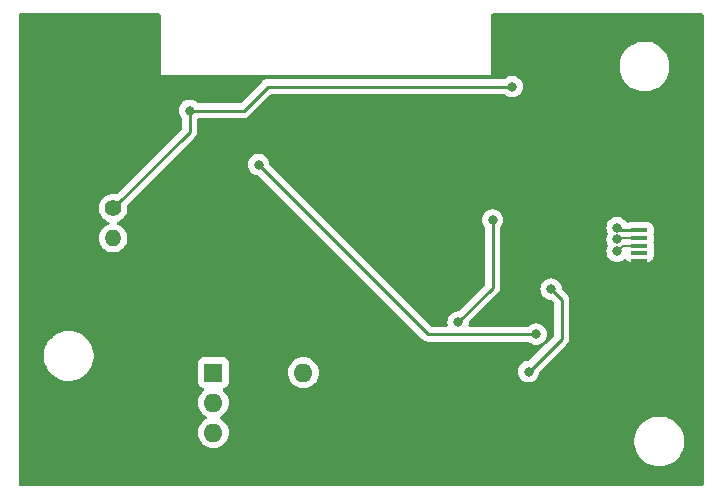
<source format=gbr>
%TF.GenerationSoftware,KiCad,Pcbnew,6.0.5-a6ca702e91~116~ubuntu20.04.1*%
%TF.CreationDate,2022-05-10T14:58:35-05:00*%
%TF.ProjectId,CarHUD,43617248-5544-42e6-9b69-6361645f7063,rev?*%
%TF.SameCoordinates,Original*%
%TF.FileFunction,Copper,L2,Bot*%
%TF.FilePolarity,Positive*%
%FSLAX46Y46*%
G04 Gerber Fmt 4.6, Leading zero omitted, Abs format (unit mm)*
G04 Created by KiCad (PCBNEW 6.0.5-a6ca702e91~116~ubuntu20.04.1) date 2022-05-10 14:58:35*
%MOMM*%
%LPD*%
G01*
G04 APERTURE LIST*
%TA.AperFunction,ComponentPad*%
%ADD10C,1.400000*%
%TD*%
%TA.AperFunction,ComponentPad*%
%ADD11O,1.400000X1.400000*%
%TD*%
%TA.AperFunction,ComponentPad*%
%ADD12R,1.600000X1.600000*%
%TD*%
%TA.AperFunction,ComponentPad*%
%ADD13O,1.600000X1.600000*%
%TD*%
%TA.AperFunction,SMDPad,CuDef*%
%ADD14R,1.400000X0.400000*%
%TD*%
%TA.AperFunction,SMDPad,CuDef*%
%ADD15R,1.900000X2.300000*%
%TD*%
%TA.AperFunction,SMDPad,CuDef*%
%ADD16R,1.900000X1.800000*%
%TD*%
%TA.AperFunction,ViaPad*%
%ADD17C,0.800000*%
%TD*%
%TA.AperFunction,Conductor*%
%ADD18C,0.250000*%
%TD*%
%TA.AperFunction,Conductor*%
%ADD19C,0.200000*%
%TD*%
G04 APERTURE END LIST*
D10*
%TO.P,R_Photo1,1*%
%TO.N,+3V3*%
X79502000Y-62992000D03*
D11*
%TO.P,R_Photo1,2*%
%TO.N,/PHOTO_SENS*%
X79502000Y-65532000D03*
%TD*%
D12*
%TO.P,DS1621,1,SDA*%
%TO.N,/SDA*%
X88000000Y-76920000D03*
D13*
%TO.P,DS1621,2,SCL*%
%TO.N,/SCL*%
X88000000Y-79460000D03*
%TO.P,DS1621,3,TOUT*%
%TO.N,unconnected-(DS1621-Pad3)*%
X88000000Y-82000000D03*
%TO.P,DS1621,4,GND*%
%TO.N,GND*%
X88000000Y-84540000D03*
%TO.P,DS1621,5,A2*%
X95620000Y-84540000D03*
%TO.P,DS1621,6,A1*%
X95620000Y-82000000D03*
%TO.P,DS1621,7,A0*%
X95620000Y-79460000D03*
%TO.P,DS1621,8,VDD*%
%TO.N,+5V*%
X95620000Y-76920000D03*
%TD*%
D14*
%TO.P,USB_MICRO1,1,VBUS*%
%TO.N,+5V*%
X124053000Y-64867000D03*
%TO.P,USB_MICRO1,2,D-*%
%TO.N,/D-*%
X124053000Y-65517000D03*
%TO.P,USB_MICRO1,3,D+*%
%TO.N,/D+*%
X124053000Y-66167000D03*
%TO.P,USB_MICRO1,4,ID*%
%TO.N,unconnected-(USB_MICRO1-Pad4)*%
X124053000Y-66817000D03*
%TO.P,USB_MICRO1,5,GND*%
%TO.N,GND*%
X124053000Y-67467000D03*
D15*
%TO.P,USB_MICRO1,6,Shield*%
X126903000Y-62417000D03*
D16*
X126903000Y-65017000D03*
D15*
X126903000Y-69917000D03*
D16*
X126903000Y-67317000D03*
%TD*%
D17*
%TO.N,/RESET*%
X91821000Y-59309000D03*
X115316000Y-73660000D03*
%TO.N,+3V3*%
X113284000Y-52705000D03*
X85972000Y-54730000D03*
%TO.N,+5V*%
X122174000Y-64643000D03*
X111633000Y-64008000D03*
X108712000Y-72644000D03*
%TO.N,/D-*%
X122174000Y-65642503D03*
%TO.N,/D+*%
X122174000Y-66642006D03*
%TO.N,/RTS*%
X116586000Y-69850000D03*
X114681000Y-76835000D03*
%TD*%
D18*
%TO.N,/RESET*%
X106172000Y-73660000D02*
X91821000Y-59309000D01*
X115316000Y-73660000D02*
X106172000Y-73660000D01*
%TO.N,+3V3*%
X113284000Y-52705000D02*
X92583000Y-52705000D01*
X90558000Y-54730000D02*
X92583000Y-52705000D01*
X85972000Y-54730000D02*
X90558000Y-54730000D01*
X85972000Y-56522000D02*
X85972000Y-54730000D01*
X79502000Y-62992000D02*
X85972000Y-56522000D01*
%TO.N,+5V*%
X122398000Y-64867000D02*
X122174000Y-64643000D01*
X108712000Y-72644000D02*
X111633000Y-69723000D01*
X111633000Y-69723000D02*
X111633000Y-64008000D01*
X124053000Y-64867000D02*
X122398000Y-64867000D01*
D19*
%TO.N,/D-*%
X124053000Y-65517000D02*
X122299503Y-65517000D01*
X122299503Y-65517000D02*
X122174000Y-65642503D01*
%TO.N,/D+*%
X124053000Y-66167000D02*
X122649006Y-66167000D01*
X122649006Y-66167000D02*
X122174000Y-66642006D01*
D18*
%TO.N,/RTS*%
X117475000Y-74041000D02*
X114681000Y-76835000D01*
X116586000Y-69850000D02*
X117475000Y-70739000D01*
X117475000Y-70739000D02*
X117475000Y-74041000D01*
%TD*%
%TA.AperFunction,Conductor*%
%TO.N,GND*%
G36*
X83462121Y-46528502D02*
G01*
X83508614Y-46582158D01*
X83520000Y-46634500D01*
X83520000Y-51745000D01*
X111520000Y-51745000D01*
X111520000Y-51132703D01*
X122390743Y-51132703D01*
X122428268Y-51417734D01*
X122504129Y-51695036D01*
X122505813Y-51698984D01*
X122564344Y-51836206D01*
X122616923Y-51959476D01*
X122656817Y-52026134D01*
X122761148Y-52200458D01*
X122764561Y-52206161D01*
X122944313Y-52430528D01*
X123152851Y-52628423D01*
X123386317Y-52796186D01*
X123390112Y-52798195D01*
X123390113Y-52798196D01*
X123411869Y-52809715D01*
X123640392Y-52930712D01*
X123910373Y-53029511D01*
X124191264Y-53090755D01*
X124219841Y-53093004D01*
X124414282Y-53108307D01*
X124414291Y-53108307D01*
X124416739Y-53108500D01*
X124572271Y-53108500D01*
X124574407Y-53108354D01*
X124574418Y-53108354D01*
X124782548Y-53094165D01*
X124782554Y-53094164D01*
X124786825Y-53093873D01*
X124791020Y-53093004D01*
X124791022Y-53093004D01*
X124927583Y-53064724D01*
X125068342Y-53035574D01*
X125339343Y-52939607D01*
X125594812Y-52807750D01*
X125598313Y-52805289D01*
X125598317Y-52805287D01*
X125731669Y-52711565D01*
X125830023Y-52642441D01*
X126040622Y-52446740D01*
X126222713Y-52224268D01*
X126372927Y-51979142D01*
X126399871Y-51917763D01*
X126486757Y-51719830D01*
X126488483Y-51715898D01*
X126567244Y-51439406D01*
X126607751Y-51154784D01*
X126607845Y-51136951D01*
X126609235Y-50871583D01*
X126609235Y-50871576D01*
X126609257Y-50867297D01*
X126571732Y-50582266D01*
X126495871Y-50304964D01*
X126383077Y-50040524D01*
X126235439Y-49793839D01*
X126055687Y-49569472D01*
X125847149Y-49371577D01*
X125613683Y-49203814D01*
X125591843Y-49192250D01*
X125568654Y-49179972D01*
X125359608Y-49069288D01*
X125089627Y-48970489D01*
X124808736Y-48909245D01*
X124777685Y-48906801D01*
X124585718Y-48891693D01*
X124585709Y-48891693D01*
X124583261Y-48891500D01*
X124427729Y-48891500D01*
X124425593Y-48891646D01*
X124425582Y-48891646D01*
X124217452Y-48905835D01*
X124217446Y-48905836D01*
X124213175Y-48906127D01*
X124208980Y-48906996D01*
X124208978Y-48906996D01*
X124072417Y-48935276D01*
X123931658Y-48964426D01*
X123660657Y-49060393D01*
X123405188Y-49192250D01*
X123401687Y-49194711D01*
X123401683Y-49194713D01*
X123391594Y-49201804D01*
X123169977Y-49357559D01*
X122959378Y-49553260D01*
X122777287Y-49775732D01*
X122627073Y-50020858D01*
X122511517Y-50284102D01*
X122432756Y-50560594D01*
X122392249Y-50845216D01*
X122392227Y-50849505D01*
X122392226Y-50849512D01*
X122390765Y-51128417D01*
X122390743Y-51132703D01*
X111520000Y-51132703D01*
X111520000Y-46634500D01*
X111540002Y-46566379D01*
X111593658Y-46519886D01*
X111646000Y-46508500D01*
X129365500Y-46508500D01*
X129433621Y-46528502D01*
X129480114Y-46582158D01*
X129491500Y-46634500D01*
X129491500Y-86365500D01*
X129471498Y-86433621D01*
X129417842Y-86480114D01*
X129365500Y-86491500D01*
X71634500Y-86491500D01*
X71566379Y-86471498D01*
X71519886Y-86417842D01*
X71508500Y-86365500D01*
X71508500Y-82000000D01*
X86686502Y-82000000D01*
X86706457Y-82228087D01*
X86765716Y-82449243D01*
X86768039Y-82454224D01*
X86768039Y-82454225D01*
X86860151Y-82651762D01*
X86860154Y-82651767D01*
X86862477Y-82656749D01*
X86993802Y-82844300D01*
X87155700Y-83006198D01*
X87160208Y-83009355D01*
X87160211Y-83009357D01*
X87238389Y-83064098D01*
X87343251Y-83137523D01*
X87348233Y-83139846D01*
X87348238Y-83139849D01*
X87545775Y-83231961D01*
X87550757Y-83234284D01*
X87556065Y-83235706D01*
X87556067Y-83235707D01*
X87766598Y-83292119D01*
X87766600Y-83292119D01*
X87771913Y-83293543D01*
X88000000Y-83313498D01*
X88228087Y-83293543D01*
X88233400Y-83292119D01*
X88233402Y-83292119D01*
X88443933Y-83235707D01*
X88443935Y-83235706D01*
X88449243Y-83234284D01*
X88454225Y-83231961D01*
X88651762Y-83139849D01*
X88651767Y-83139846D01*
X88656749Y-83137523D01*
X88761611Y-83064098D01*
X88839789Y-83009357D01*
X88839792Y-83009355D01*
X88844300Y-83006198D01*
X88967795Y-82882703D01*
X123640743Y-82882703D01*
X123678268Y-83167734D01*
X123754129Y-83445036D01*
X123866923Y-83709476D01*
X124014561Y-83956161D01*
X124194313Y-84180528D01*
X124402851Y-84378423D01*
X124636317Y-84546186D01*
X124640112Y-84548195D01*
X124640113Y-84548196D01*
X124661869Y-84559715D01*
X124890392Y-84680712D01*
X125160373Y-84779511D01*
X125441264Y-84840755D01*
X125469841Y-84843004D01*
X125664282Y-84858307D01*
X125664291Y-84858307D01*
X125666739Y-84858500D01*
X125822271Y-84858500D01*
X125824407Y-84858354D01*
X125824418Y-84858354D01*
X126032548Y-84844165D01*
X126032554Y-84844164D01*
X126036825Y-84843873D01*
X126041020Y-84843004D01*
X126041022Y-84843004D01*
X126177584Y-84814723D01*
X126318342Y-84785574D01*
X126589343Y-84689607D01*
X126844812Y-84557750D01*
X126848313Y-84555289D01*
X126848317Y-84555287D01*
X126962418Y-84475095D01*
X127080023Y-84392441D01*
X127290622Y-84196740D01*
X127472713Y-83974268D01*
X127622927Y-83729142D01*
X127738483Y-83465898D01*
X127817244Y-83189406D01*
X127857751Y-82904784D01*
X127857845Y-82886951D01*
X127859235Y-82621583D01*
X127859235Y-82621576D01*
X127859257Y-82617297D01*
X127821732Y-82332266D01*
X127745871Y-82054964D01*
X127633077Y-81790524D01*
X127558527Y-81665960D01*
X127487643Y-81547521D01*
X127487640Y-81547517D01*
X127485439Y-81543839D01*
X127305687Y-81319472D01*
X127097149Y-81121577D01*
X126863683Y-80953814D01*
X126841843Y-80942250D01*
X126697140Y-80865634D01*
X126609608Y-80819288D01*
X126339627Y-80720489D01*
X126058736Y-80659245D01*
X126027685Y-80656801D01*
X125835718Y-80641693D01*
X125835709Y-80641693D01*
X125833261Y-80641500D01*
X125677729Y-80641500D01*
X125675593Y-80641646D01*
X125675582Y-80641646D01*
X125467452Y-80655835D01*
X125467446Y-80655836D01*
X125463175Y-80656127D01*
X125458980Y-80656996D01*
X125458978Y-80656996D01*
X125322416Y-80685277D01*
X125181658Y-80714426D01*
X124910657Y-80810393D01*
X124655188Y-80942250D01*
X124651687Y-80944711D01*
X124651683Y-80944713D01*
X124581837Y-80993802D01*
X124419977Y-81107559D01*
X124209378Y-81303260D01*
X124027287Y-81525732D01*
X123877073Y-81770858D01*
X123761517Y-82034102D01*
X123682756Y-82310594D01*
X123642249Y-82595216D01*
X123642227Y-82599505D01*
X123642226Y-82599512D01*
X123640765Y-82878417D01*
X123640743Y-82882703D01*
X88967795Y-82882703D01*
X89006198Y-82844300D01*
X89137523Y-82656749D01*
X89139846Y-82651767D01*
X89139849Y-82651762D01*
X89231961Y-82454225D01*
X89231961Y-82454224D01*
X89234284Y-82449243D01*
X89293543Y-82228087D01*
X89313498Y-82000000D01*
X89293543Y-81771913D01*
X89234284Y-81550757D01*
X89231058Y-81543839D01*
X89139849Y-81348238D01*
X89139846Y-81348233D01*
X89137523Y-81343251D01*
X89006198Y-81155700D01*
X88844300Y-80993802D01*
X88839792Y-80990645D01*
X88839789Y-80990643D01*
X88761611Y-80935902D01*
X88656749Y-80862477D01*
X88651767Y-80860154D01*
X88651762Y-80860151D01*
X88617543Y-80844195D01*
X88564258Y-80797278D01*
X88544797Y-80729001D01*
X88565339Y-80661041D01*
X88617543Y-80615805D01*
X88651762Y-80599849D01*
X88651767Y-80599846D01*
X88656749Y-80597523D01*
X88761611Y-80524098D01*
X88839789Y-80469357D01*
X88839792Y-80469355D01*
X88844300Y-80466198D01*
X89006198Y-80304300D01*
X89137523Y-80116749D01*
X89139846Y-80111767D01*
X89139849Y-80111762D01*
X89231961Y-79914225D01*
X89231961Y-79914224D01*
X89234284Y-79909243D01*
X89293543Y-79688087D01*
X89313498Y-79460000D01*
X89293543Y-79231913D01*
X89234284Y-79010757D01*
X89231961Y-79005775D01*
X89139849Y-78808238D01*
X89139846Y-78808233D01*
X89137523Y-78803251D01*
X89006198Y-78615700D01*
X88844300Y-78453802D01*
X88839789Y-78450643D01*
X88835576Y-78447108D01*
X88836527Y-78445974D01*
X88796529Y-78395929D01*
X88789224Y-78325310D01*
X88821258Y-78261951D01*
X88882462Y-78225970D01*
X88899517Y-78222918D01*
X88910316Y-78221745D01*
X89046705Y-78170615D01*
X89163261Y-78083261D01*
X89250615Y-77966705D01*
X89301745Y-77830316D01*
X89308500Y-77768134D01*
X89308500Y-76920000D01*
X94306502Y-76920000D01*
X94326457Y-77148087D01*
X94327881Y-77153400D01*
X94327881Y-77153402D01*
X94365469Y-77293679D01*
X94385716Y-77369243D01*
X94388039Y-77374224D01*
X94388039Y-77374225D01*
X94480151Y-77571762D01*
X94480154Y-77571767D01*
X94482477Y-77576749D01*
X94514328Y-77622237D01*
X94599238Y-77743500D01*
X94613802Y-77764300D01*
X94775700Y-77926198D01*
X94780208Y-77929355D01*
X94780211Y-77929357D01*
X94821542Y-77958297D01*
X94963251Y-78057523D01*
X94968233Y-78059846D01*
X94968238Y-78059849D01*
X95165775Y-78151961D01*
X95170757Y-78154284D01*
X95176065Y-78155706D01*
X95176067Y-78155707D01*
X95386598Y-78212119D01*
X95386600Y-78212119D01*
X95391913Y-78213543D01*
X95620000Y-78233498D01*
X95848087Y-78213543D01*
X95853400Y-78212119D01*
X95853402Y-78212119D01*
X96063933Y-78155707D01*
X96063935Y-78155706D01*
X96069243Y-78154284D01*
X96074225Y-78151961D01*
X96271762Y-78059849D01*
X96271767Y-78059846D01*
X96276749Y-78057523D01*
X96418458Y-77958297D01*
X96459789Y-77929357D01*
X96459792Y-77929355D01*
X96464300Y-77926198D01*
X96626198Y-77764300D01*
X96640763Y-77743500D01*
X96725672Y-77622237D01*
X96757523Y-77576749D01*
X96759846Y-77571767D01*
X96759849Y-77571762D01*
X96851961Y-77374225D01*
X96851961Y-77374224D01*
X96854284Y-77369243D01*
X96874532Y-77293679D01*
X96912119Y-77153402D01*
X96912119Y-77153400D01*
X96913543Y-77148087D01*
X96933498Y-76920000D01*
X96926061Y-76835000D01*
X113767496Y-76835000D01*
X113787458Y-77024928D01*
X113846473Y-77206556D01*
X113941960Y-77371944D01*
X114069747Y-77513866D01*
X114224248Y-77626118D01*
X114230276Y-77628802D01*
X114230278Y-77628803D01*
X114392681Y-77701109D01*
X114398712Y-77703794D01*
X114492113Y-77723647D01*
X114579056Y-77742128D01*
X114579061Y-77742128D01*
X114585513Y-77743500D01*
X114776487Y-77743500D01*
X114782939Y-77742128D01*
X114782944Y-77742128D01*
X114869887Y-77723647D01*
X114963288Y-77703794D01*
X114969319Y-77701109D01*
X115131722Y-77628803D01*
X115131724Y-77628802D01*
X115137752Y-77626118D01*
X115292253Y-77513866D01*
X115420040Y-77371944D01*
X115515527Y-77206556D01*
X115574542Y-77024928D01*
X115591907Y-76859706D01*
X115618920Y-76794050D01*
X115628122Y-76783782D01*
X117867247Y-74544657D01*
X117875537Y-74537113D01*
X117882018Y-74533000D01*
X117928659Y-74483332D01*
X117931413Y-74480491D01*
X117951135Y-74460769D01*
X117953619Y-74457567D01*
X117961317Y-74448555D01*
X117986161Y-74422098D01*
X117991586Y-74416321D01*
X118001347Y-74398566D01*
X118012198Y-74382047D01*
X118024614Y-74366041D01*
X118037068Y-74337261D01*
X118042174Y-74325463D01*
X118047391Y-74314813D01*
X118068695Y-74276060D01*
X118073733Y-74256437D01*
X118080137Y-74237734D01*
X118085033Y-74226420D01*
X118085033Y-74226419D01*
X118088181Y-74219145D01*
X118089420Y-74211322D01*
X118089423Y-74211312D01*
X118095099Y-74175476D01*
X118097505Y-74163856D01*
X118106528Y-74128711D01*
X118106528Y-74128710D01*
X118108500Y-74121030D01*
X118108500Y-74100776D01*
X118110051Y-74081065D01*
X118111980Y-74068886D01*
X118113220Y-74061057D01*
X118109059Y-74017038D01*
X118108500Y-74005181D01*
X118108500Y-70817767D01*
X118109027Y-70806584D01*
X118110702Y-70799091D01*
X118108562Y-70731000D01*
X118108500Y-70727043D01*
X118108500Y-70699144D01*
X118107996Y-70695153D01*
X118107063Y-70683311D01*
X118105923Y-70647036D01*
X118105674Y-70639111D01*
X118103462Y-70631497D01*
X118103461Y-70631492D01*
X118100023Y-70619659D01*
X118096012Y-70600295D01*
X118094467Y-70588064D01*
X118093474Y-70580203D01*
X118090557Y-70572836D01*
X118090556Y-70572831D01*
X118077198Y-70539092D01*
X118073354Y-70527865D01*
X118063230Y-70493022D01*
X118061018Y-70485407D01*
X118050707Y-70467972D01*
X118042012Y-70450224D01*
X118034552Y-70431383D01*
X118008564Y-70395613D01*
X118002048Y-70385693D01*
X117983580Y-70354465D01*
X117983578Y-70354462D01*
X117979542Y-70347638D01*
X117965221Y-70333317D01*
X117952380Y-70318283D01*
X117945131Y-70308306D01*
X117940472Y-70301893D01*
X117934367Y-70296842D01*
X117934362Y-70296837D01*
X117906402Y-70273706D01*
X117897624Y-70265719D01*
X117723277Y-70091372D01*
X117533122Y-69901218D01*
X117499097Y-69838905D01*
X117496907Y-69825292D01*
X117480232Y-69666635D01*
X117480232Y-69666633D01*
X117479542Y-69660072D01*
X117420527Y-69478444D01*
X117410223Y-69460596D01*
X117328341Y-69318774D01*
X117325040Y-69313056D01*
X117197253Y-69171134D01*
X117042752Y-69058882D01*
X117036724Y-69056198D01*
X117036722Y-69056197D01*
X116874319Y-68983891D01*
X116874318Y-68983891D01*
X116868288Y-68981206D01*
X116774888Y-68961353D01*
X116687944Y-68942872D01*
X116687939Y-68942872D01*
X116681487Y-68941500D01*
X116490513Y-68941500D01*
X116484061Y-68942872D01*
X116484056Y-68942872D01*
X116397112Y-68961353D01*
X116303712Y-68981206D01*
X116297682Y-68983891D01*
X116297681Y-68983891D01*
X116135278Y-69056197D01*
X116135276Y-69056198D01*
X116129248Y-69058882D01*
X115974747Y-69171134D01*
X115846960Y-69313056D01*
X115843659Y-69318774D01*
X115761778Y-69460596D01*
X115751473Y-69478444D01*
X115692458Y-69660072D01*
X115691768Y-69666633D01*
X115691768Y-69666635D01*
X115683736Y-69743057D01*
X115672496Y-69850000D01*
X115692458Y-70039928D01*
X115751473Y-70221556D01*
X115846960Y-70386944D01*
X115851378Y-70391851D01*
X115851379Y-70391852D01*
X115912233Y-70459437D01*
X115974747Y-70528866D01*
X116129248Y-70641118D01*
X116135276Y-70643802D01*
X116135278Y-70643803D01*
X116224015Y-70683311D01*
X116303712Y-70718794D01*
X116397113Y-70738647D01*
X116484056Y-70757128D01*
X116484061Y-70757128D01*
X116490513Y-70758500D01*
X116546405Y-70758500D01*
X116614526Y-70778502D01*
X116635500Y-70795405D01*
X116804595Y-70964500D01*
X116838621Y-71026812D01*
X116841500Y-71053595D01*
X116841500Y-73726406D01*
X116821498Y-73794527D01*
X116804599Y-73815497D01*
X116129505Y-74490591D01*
X116106149Y-74503344D01*
X116100325Y-74518303D01*
X116089643Y-74530453D01*
X115279131Y-75340964D01*
X114730500Y-75889595D01*
X114668188Y-75923621D01*
X114641405Y-75926500D01*
X114585513Y-75926500D01*
X114579061Y-75927872D01*
X114579056Y-75927872D01*
X114492112Y-75946353D01*
X114398712Y-75966206D01*
X114392682Y-75968891D01*
X114392681Y-75968891D01*
X114230278Y-76041197D01*
X114230276Y-76041198D01*
X114224248Y-76043882D01*
X114069747Y-76156134D01*
X114065326Y-76161044D01*
X114065325Y-76161045D01*
X113973299Y-76263251D01*
X113941960Y-76298056D01*
X113938659Y-76303774D01*
X113851046Y-76455524D01*
X113846473Y-76463444D01*
X113787458Y-76645072D01*
X113786768Y-76651633D01*
X113786768Y-76651635D01*
X113772879Y-76783782D01*
X113767496Y-76835000D01*
X96926061Y-76835000D01*
X96913543Y-76691913D01*
X96912119Y-76686598D01*
X96855707Y-76476067D01*
X96855706Y-76476065D01*
X96854284Y-76470757D01*
X96847181Y-76455524D01*
X96759849Y-76268238D01*
X96759846Y-76268233D01*
X96757523Y-76263251D01*
X96626198Y-76075700D01*
X96464300Y-75913802D01*
X96459792Y-75910645D01*
X96459789Y-75910643D01*
X96381611Y-75855902D01*
X96276749Y-75782477D01*
X96271767Y-75780154D01*
X96271762Y-75780151D01*
X96074225Y-75688039D01*
X96074224Y-75688039D01*
X96069243Y-75685716D01*
X96063935Y-75684294D01*
X96063933Y-75684293D01*
X95853402Y-75627881D01*
X95853400Y-75627881D01*
X95848087Y-75626457D01*
X95620000Y-75606502D01*
X95391913Y-75626457D01*
X95386600Y-75627881D01*
X95386598Y-75627881D01*
X95176067Y-75684293D01*
X95176065Y-75684294D01*
X95170757Y-75685716D01*
X95165776Y-75688039D01*
X95165775Y-75688039D01*
X94968238Y-75780151D01*
X94968233Y-75780154D01*
X94963251Y-75782477D01*
X94858389Y-75855902D01*
X94780211Y-75910643D01*
X94780208Y-75910645D01*
X94775700Y-75913802D01*
X94613802Y-76075700D01*
X94482477Y-76263251D01*
X94480154Y-76268233D01*
X94480151Y-76268238D01*
X94392819Y-76455524D01*
X94385716Y-76470757D01*
X94384294Y-76476065D01*
X94384293Y-76476067D01*
X94327881Y-76686598D01*
X94326457Y-76691913D01*
X94306502Y-76920000D01*
X89308500Y-76920000D01*
X89308500Y-76071866D01*
X89301745Y-76009684D01*
X89250615Y-75873295D01*
X89163261Y-75756739D01*
X89046705Y-75669385D01*
X88910316Y-75618255D01*
X88848134Y-75611500D01*
X87151866Y-75611500D01*
X87089684Y-75618255D01*
X86953295Y-75669385D01*
X86836739Y-75756739D01*
X86749385Y-75873295D01*
X86698255Y-76009684D01*
X86691500Y-76071866D01*
X86691500Y-77768134D01*
X86698255Y-77830316D01*
X86749385Y-77966705D01*
X86836739Y-78083261D01*
X86953295Y-78170615D01*
X87089684Y-78221745D01*
X87100474Y-78222917D01*
X87102606Y-78223803D01*
X87105222Y-78224425D01*
X87105121Y-78224848D01*
X87166035Y-78250155D01*
X87206463Y-78308517D01*
X87208922Y-78379471D01*
X87172629Y-78440490D01*
X87163969Y-78447489D01*
X87160207Y-78450646D01*
X87155700Y-78453802D01*
X86993802Y-78615700D01*
X86862477Y-78803251D01*
X86860154Y-78808233D01*
X86860151Y-78808238D01*
X86768039Y-79005775D01*
X86765716Y-79010757D01*
X86706457Y-79231913D01*
X86686502Y-79460000D01*
X86706457Y-79688087D01*
X86765716Y-79909243D01*
X86768039Y-79914224D01*
X86768039Y-79914225D01*
X86860151Y-80111762D01*
X86860154Y-80111767D01*
X86862477Y-80116749D01*
X86993802Y-80304300D01*
X87155700Y-80466198D01*
X87160208Y-80469355D01*
X87160211Y-80469357D01*
X87238389Y-80524098D01*
X87343251Y-80597523D01*
X87348233Y-80599846D01*
X87348238Y-80599849D01*
X87382457Y-80615805D01*
X87435742Y-80662722D01*
X87455203Y-80730999D01*
X87434661Y-80798959D01*
X87382457Y-80844195D01*
X87348238Y-80860151D01*
X87348233Y-80860154D01*
X87343251Y-80862477D01*
X87238389Y-80935902D01*
X87160211Y-80990643D01*
X87160208Y-80990645D01*
X87155700Y-80993802D01*
X86993802Y-81155700D01*
X86862477Y-81343251D01*
X86860154Y-81348233D01*
X86860151Y-81348238D01*
X86768942Y-81543839D01*
X86765716Y-81550757D01*
X86706457Y-81771913D01*
X86686502Y-82000000D01*
X71508500Y-82000000D01*
X71508500Y-75632703D01*
X73640743Y-75632703D01*
X73678268Y-75917734D01*
X73754129Y-76195036D01*
X73755813Y-76198984D01*
X73785353Y-76268238D01*
X73866923Y-76459476D01*
X73876853Y-76476067D01*
X74006034Y-76691913D01*
X74014561Y-76706161D01*
X74194313Y-76930528D01*
X74402851Y-77128423D01*
X74636317Y-77296186D01*
X74640112Y-77298195D01*
X74640113Y-77298196D01*
X74661869Y-77309715D01*
X74890392Y-77430712D01*
X75160373Y-77529511D01*
X75441264Y-77590755D01*
X75469841Y-77593004D01*
X75664282Y-77608307D01*
X75664291Y-77608307D01*
X75666739Y-77608500D01*
X75822271Y-77608500D01*
X75824407Y-77608354D01*
X75824418Y-77608354D01*
X76032548Y-77594165D01*
X76032554Y-77594164D01*
X76036825Y-77593873D01*
X76041020Y-77593004D01*
X76041022Y-77593004D01*
X76177583Y-77564724D01*
X76318342Y-77535574D01*
X76589343Y-77439607D01*
X76725671Y-77369243D01*
X76841005Y-77309715D01*
X76841006Y-77309715D01*
X76844812Y-77307750D01*
X76848313Y-77305289D01*
X76848317Y-77305287D01*
X76962417Y-77225096D01*
X77080023Y-77142441D01*
X77206482Y-77024928D01*
X77287479Y-76949661D01*
X77287481Y-76949658D01*
X77290622Y-76946740D01*
X77472713Y-76724268D01*
X77622927Y-76479142D01*
X77717697Y-76263251D01*
X77736757Y-76219830D01*
X77738483Y-76215898D01*
X77817244Y-75939406D01*
X77853551Y-75684293D01*
X77857146Y-75659036D01*
X77857146Y-75659034D01*
X77857751Y-75654784D01*
X77857845Y-75636951D01*
X77859235Y-75371583D01*
X77859235Y-75371576D01*
X77859257Y-75367297D01*
X77821732Y-75082266D01*
X77745871Y-74804964D01*
X77633077Y-74540524D01*
X77485439Y-74293839D01*
X77305687Y-74069472D01*
X77097149Y-73871577D01*
X76863683Y-73703814D01*
X76841843Y-73692250D01*
X76768534Y-73653435D01*
X76609608Y-73569288D01*
X76339627Y-73470489D01*
X76058736Y-73409245D01*
X76027685Y-73406801D01*
X75835718Y-73391693D01*
X75835709Y-73391693D01*
X75833261Y-73391500D01*
X75677729Y-73391500D01*
X75675593Y-73391646D01*
X75675582Y-73391646D01*
X75467452Y-73405835D01*
X75467446Y-73405836D01*
X75463175Y-73406127D01*
X75458980Y-73406996D01*
X75458978Y-73406996D01*
X75322416Y-73435277D01*
X75181658Y-73464426D01*
X74910657Y-73560393D01*
X74655188Y-73692250D01*
X74651687Y-73694711D01*
X74651683Y-73694713D01*
X74641594Y-73701804D01*
X74419977Y-73857559D01*
X74404892Y-73871577D01*
X74226576Y-74037279D01*
X74209378Y-74053260D01*
X74027287Y-74275732D01*
X73877073Y-74520858D01*
X73761517Y-74784102D01*
X73682756Y-75060594D01*
X73642249Y-75345216D01*
X73642227Y-75349505D01*
X73642226Y-75349512D01*
X73640768Y-75627881D01*
X73640743Y-75632703D01*
X71508500Y-75632703D01*
X71508500Y-65532000D01*
X78288884Y-65532000D01*
X78307314Y-65742655D01*
X78308738Y-65747968D01*
X78308738Y-65747970D01*
X78354530Y-65918866D01*
X78362044Y-65946910D01*
X78364366Y-65951891D01*
X78364367Y-65951892D01*
X78423758Y-66079255D01*
X78451411Y-66138558D01*
X78572699Y-66311776D01*
X78722224Y-66461301D01*
X78895442Y-66582589D01*
X78900420Y-66584910D01*
X78900423Y-66584912D01*
X79082108Y-66669633D01*
X79087090Y-66671956D01*
X79092398Y-66673378D01*
X79092400Y-66673379D01*
X79286030Y-66725262D01*
X79286032Y-66725262D01*
X79291345Y-66726686D01*
X79502000Y-66745116D01*
X79712655Y-66726686D01*
X79717968Y-66725262D01*
X79717970Y-66725262D01*
X79911600Y-66673379D01*
X79911602Y-66673378D01*
X79916910Y-66671956D01*
X79921892Y-66669633D01*
X80103577Y-66584912D01*
X80103580Y-66584910D01*
X80108558Y-66582589D01*
X80281776Y-66461301D01*
X80431301Y-66311776D01*
X80552589Y-66138558D01*
X80580243Y-66079255D01*
X80639633Y-65951892D01*
X80639634Y-65951891D01*
X80641956Y-65946910D01*
X80649471Y-65918866D01*
X80695262Y-65747970D01*
X80695262Y-65747968D01*
X80696686Y-65742655D01*
X80715116Y-65532000D01*
X80696686Y-65321345D01*
X80681714Y-65265469D01*
X80643379Y-65122400D01*
X80643378Y-65122398D01*
X80641956Y-65117090D01*
X80552589Y-64925442D01*
X80431301Y-64752224D01*
X80281776Y-64602699D01*
X80108558Y-64481411D01*
X80103580Y-64479090D01*
X80103577Y-64479088D01*
X79921892Y-64394367D01*
X79921891Y-64394366D01*
X79916910Y-64392044D01*
X79911602Y-64390622D01*
X79911600Y-64390621D01*
X79885796Y-64383707D01*
X79825173Y-64346755D01*
X79794152Y-64282894D01*
X79802580Y-64212400D01*
X79847783Y-64157653D01*
X79885796Y-64140293D01*
X79911600Y-64133379D01*
X79911602Y-64133378D01*
X79916910Y-64131956D01*
X79921892Y-64129633D01*
X80103577Y-64044912D01*
X80103580Y-64044910D01*
X80108558Y-64042589D01*
X80281776Y-63921301D01*
X80431301Y-63771776D01*
X80552589Y-63598558D01*
X80641956Y-63406910D01*
X80663837Y-63325251D01*
X80695262Y-63207970D01*
X80695262Y-63207968D01*
X80696686Y-63202655D01*
X80715116Y-62992000D01*
X80714637Y-62986525D01*
X80697165Y-62786816D01*
X80697164Y-62786812D01*
X80696686Y-62781345D01*
X80695264Y-62776039D01*
X80694453Y-62771439D01*
X80702321Y-62700879D01*
X80729443Y-62660462D01*
X84080905Y-59309000D01*
X90907496Y-59309000D01*
X90927458Y-59498928D01*
X90986473Y-59680556D01*
X91081960Y-59845944D01*
X91209747Y-59987866D01*
X91364248Y-60100118D01*
X91370276Y-60102802D01*
X91370278Y-60102803D01*
X91532681Y-60175109D01*
X91538712Y-60177794D01*
X91632113Y-60197647D01*
X91719056Y-60216128D01*
X91719061Y-60216128D01*
X91725513Y-60217500D01*
X91781406Y-60217500D01*
X91849527Y-60237502D01*
X91870501Y-60254405D01*
X105668348Y-74052253D01*
X105675888Y-74060539D01*
X105680000Y-74067018D01*
X105685777Y-74072443D01*
X105729651Y-74113643D01*
X105732493Y-74116398D01*
X105752230Y-74136135D01*
X105755427Y-74138615D01*
X105764447Y-74146318D01*
X105796679Y-74176586D01*
X105803625Y-74180405D01*
X105803628Y-74180407D01*
X105814434Y-74186348D01*
X105830953Y-74197199D01*
X105846959Y-74209614D01*
X105854228Y-74212759D01*
X105854232Y-74212762D01*
X105887537Y-74227174D01*
X105898187Y-74232391D01*
X105936940Y-74253695D01*
X105944615Y-74255666D01*
X105944616Y-74255666D01*
X105956562Y-74258733D01*
X105975266Y-74265137D01*
X105982770Y-74268384D01*
X105993855Y-74273181D01*
X106001678Y-74274420D01*
X106001688Y-74274423D01*
X106037524Y-74280099D01*
X106049144Y-74282505D01*
X106080254Y-74290492D01*
X106091970Y-74293500D01*
X106112224Y-74293500D01*
X106131934Y-74295051D01*
X106151943Y-74298220D01*
X106159835Y-74297474D01*
X106195961Y-74294059D01*
X106207819Y-74293500D01*
X114607800Y-74293500D01*
X114675921Y-74313502D01*
X114695147Y-74329843D01*
X114695420Y-74329540D01*
X114700332Y-74333963D01*
X114704747Y-74338866D01*
X114710086Y-74342745D01*
X114819306Y-74422098D01*
X114859248Y-74451118D01*
X114865276Y-74453802D01*
X114865278Y-74453803D01*
X115015887Y-74520858D01*
X115033712Y-74528794D01*
X115127113Y-74548647D01*
X115214056Y-74567128D01*
X115214061Y-74567128D01*
X115220513Y-74568500D01*
X115411487Y-74568500D01*
X115417939Y-74567128D01*
X115417944Y-74567128D01*
X115504887Y-74548647D01*
X115598288Y-74528794D01*
X115616113Y-74520858D01*
X115766722Y-74453803D01*
X115766724Y-74453802D01*
X115772752Y-74451118D01*
X115778094Y-74447237D01*
X115926484Y-74339425D01*
X115932549Y-74337261D01*
X115946768Y-74317192D01*
X116055040Y-74196944D01*
X116128636Y-74069472D01*
X116147223Y-74037279D01*
X116147224Y-74037278D01*
X116150527Y-74031556D01*
X116209542Y-73849928D01*
X116229504Y-73660000D01*
X116209542Y-73470072D01*
X116150527Y-73288444D01*
X116055040Y-73123056D01*
X115927253Y-72981134D01*
X115772752Y-72868882D01*
X115766724Y-72866198D01*
X115766722Y-72866197D01*
X115604319Y-72793891D01*
X115604318Y-72793891D01*
X115598288Y-72791206D01*
X115504887Y-72771353D01*
X115417944Y-72752872D01*
X115417939Y-72752872D01*
X115411487Y-72751500D01*
X115220513Y-72751500D01*
X115214061Y-72752872D01*
X115214056Y-72752872D01*
X115127113Y-72771353D01*
X115033712Y-72791206D01*
X115027682Y-72793891D01*
X115027681Y-72793891D01*
X114865278Y-72866197D01*
X114865276Y-72866198D01*
X114859248Y-72868882D01*
X114704747Y-72981134D01*
X114700332Y-72986037D01*
X114695420Y-72990460D01*
X114694295Y-72989211D01*
X114640986Y-73022051D01*
X114607800Y-73026500D01*
X109716395Y-73026500D01*
X109648274Y-73006498D01*
X109601781Y-72952842D01*
X109591677Y-72882568D01*
X109596563Y-72861562D01*
X109603502Y-72840208D01*
X109603503Y-72840203D01*
X109605542Y-72833928D01*
X109610177Y-72789834D01*
X109622907Y-72668707D01*
X109649920Y-72603050D01*
X109659122Y-72592782D01*
X112025253Y-70226652D01*
X112033539Y-70219112D01*
X112040018Y-70215000D01*
X112086644Y-70165348D01*
X112089398Y-70162507D01*
X112109135Y-70142770D01*
X112111615Y-70139573D01*
X112119320Y-70130551D01*
X112144159Y-70104100D01*
X112149586Y-70098321D01*
X112153405Y-70091375D01*
X112153407Y-70091372D01*
X112159348Y-70080566D01*
X112170199Y-70064047D01*
X112177758Y-70054301D01*
X112182614Y-70048041D01*
X112185759Y-70040772D01*
X112185762Y-70040768D01*
X112200174Y-70007463D01*
X112205391Y-69996813D01*
X112226695Y-69958060D01*
X112231733Y-69938437D01*
X112238137Y-69919734D01*
X112243033Y-69908420D01*
X112243033Y-69908419D01*
X112246181Y-69901145D01*
X112247420Y-69893322D01*
X112247423Y-69893312D01*
X112253099Y-69857476D01*
X112255505Y-69845856D01*
X112264528Y-69810711D01*
X112264528Y-69810710D01*
X112266500Y-69803030D01*
X112266500Y-69782776D01*
X112268051Y-69763065D01*
X112269980Y-69750886D01*
X112271220Y-69743057D01*
X112267059Y-69699038D01*
X112266500Y-69687181D01*
X112266500Y-66642006D01*
X121260496Y-66642006D01*
X121280458Y-66831934D01*
X121339473Y-67013562D01*
X121434960Y-67178950D01*
X121562747Y-67320872D01*
X121717248Y-67433124D01*
X121723276Y-67435808D01*
X121723278Y-67435809D01*
X121885681Y-67508115D01*
X121891712Y-67510800D01*
X121959134Y-67525131D01*
X122072056Y-67549134D01*
X122072061Y-67549134D01*
X122078513Y-67550506D01*
X122269487Y-67550506D01*
X122275939Y-67549134D01*
X122275944Y-67549134D01*
X122388866Y-67525131D01*
X122456288Y-67510800D01*
X122462319Y-67508115D01*
X122624722Y-67435809D01*
X122624724Y-67435808D01*
X122630752Y-67433124D01*
X122703512Y-67380261D01*
X122785253Y-67320872D01*
X122786417Y-67322474D01*
X122841918Y-67295844D01*
X122912371Y-67304613D01*
X122963038Y-67344634D01*
X122989739Y-67380261D01*
X123106295Y-67467615D01*
X123242684Y-67518745D01*
X123304866Y-67525500D01*
X124801134Y-67525500D01*
X124863316Y-67518745D01*
X124999705Y-67467615D01*
X125116261Y-67380261D01*
X125203615Y-67263705D01*
X125254745Y-67127316D01*
X125261500Y-67065134D01*
X125261500Y-66568866D01*
X125254745Y-66506684D01*
X125257174Y-66506420D01*
X125257174Y-66477580D01*
X125254745Y-66477316D01*
X125261131Y-66418531D01*
X125261500Y-66415134D01*
X125261500Y-65918866D01*
X125254745Y-65856684D01*
X125257174Y-65856420D01*
X125257174Y-65827580D01*
X125254745Y-65827316D01*
X125261131Y-65768531D01*
X125261500Y-65765134D01*
X125261500Y-65268866D01*
X125254745Y-65206684D01*
X125257174Y-65206420D01*
X125257174Y-65177580D01*
X125254745Y-65177316D01*
X125261131Y-65118531D01*
X125261500Y-65115134D01*
X125261500Y-64618866D01*
X125254745Y-64556684D01*
X125203615Y-64420295D01*
X125116261Y-64303739D01*
X124999705Y-64216385D01*
X124863316Y-64165255D01*
X124801134Y-64158500D01*
X123304866Y-64158500D01*
X123242684Y-64165255D01*
X123106295Y-64216385D01*
X123105632Y-64214615D01*
X123047175Y-64227400D01*
X122980627Y-64202664D01*
X122946906Y-64164713D01*
X122913040Y-64106056D01*
X122853054Y-64039434D01*
X122789675Y-63969045D01*
X122789674Y-63969044D01*
X122785253Y-63964134D01*
X122630752Y-63851882D01*
X122624724Y-63849198D01*
X122624722Y-63849197D01*
X122462319Y-63776891D01*
X122462318Y-63776891D01*
X122456288Y-63774206D01*
X122362887Y-63754353D01*
X122275944Y-63735872D01*
X122275939Y-63735872D01*
X122269487Y-63734500D01*
X122078513Y-63734500D01*
X122072061Y-63735872D01*
X122072056Y-63735872D01*
X121985113Y-63754353D01*
X121891712Y-63774206D01*
X121885682Y-63776891D01*
X121885681Y-63776891D01*
X121723278Y-63849197D01*
X121723276Y-63849198D01*
X121717248Y-63851882D01*
X121562747Y-63964134D01*
X121558326Y-63969044D01*
X121558325Y-63969045D01*
X121494947Y-64039434D01*
X121434960Y-64106056D01*
X121339473Y-64271444D01*
X121280458Y-64453072D01*
X121279768Y-64459633D01*
X121279768Y-64459635D01*
X121277479Y-64481411D01*
X121260496Y-64643000D01*
X121280458Y-64832928D01*
X121339473Y-65014556D01*
X121377115Y-65079753D01*
X121393852Y-65148745D01*
X121377114Y-65205751D01*
X121339473Y-65270947D01*
X121280458Y-65452575D01*
X121260496Y-65642503D01*
X121280458Y-65832431D01*
X121339473Y-66014059D01*
X121342776Y-66019781D01*
X121342777Y-66019782D01*
X121377114Y-66079255D01*
X121393852Y-66148250D01*
X121377115Y-66205253D01*
X121339473Y-66270450D01*
X121280458Y-66452078D01*
X121279768Y-66458639D01*
X121279768Y-66458641D01*
X121266741Y-66582589D01*
X121260496Y-66642006D01*
X112266500Y-66642006D01*
X112266500Y-64710524D01*
X112286502Y-64642403D01*
X112298858Y-64626221D01*
X112372040Y-64544944D01*
X112467527Y-64379556D01*
X112526542Y-64197928D01*
X112529685Y-64168029D01*
X112545814Y-64014565D01*
X112546504Y-64008000D01*
X112536982Y-63917406D01*
X112527232Y-63824635D01*
X112527232Y-63824633D01*
X112526542Y-63818072D01*
X112467527Y-63636444D01*
X112448255Y-63603063D01*
X112375341Y-63476774D01*
X112372040Y-63471056D01*
X112244253Y-63329134D01*
X112089752Y-63216882D01*
X112083724Y-63214198D01*
X112083722Y-63214197D01*
X111921319Y-63141891D01*
X111921318Y-63141891D01*
X111915288Y-63139206D01*
X111821887Y-63119353D01*
X111734944Y-63100872D01*
X111734939Y-63100872D01*
X111728487Y-63099500D01*
X111537513Y-63099500D01*
X111531061Y-63100872D01*
X111531056Y-63100872D01*
X111444113Y-63119353D01*
X111350712Y-63139206D01*
X111344682Y-63141891D01*
X111344681Y-63141891D01*
X111182278Y-63214197D01*
X111182276Y-63214198D01*
X111176248Y-63216882D01*
X111021747Y-63329134D01*
X110893960Y-63471056D01*
X110890659Y-63476774D01*
X110817746Y-63603063D01*
X110798473Y-63636444D01*
X110739458Y-63818072D01*
X110738768Y-63824633D01*
X110738768Y-63824635D01*
X110729018Y-63917406D01*
X110719496Y-64008000D01*
X110720186Y-64014565D01*
X110736316Y-64168029D01*
X110739458Y-64197928D01*
X110798473Y-64379556D01*
X110893960Y-64544944D01*
X110967137Y-64626215D01*
X110997853Y-64690221D01*
X110999500Y-64710524D01*
X110999500Y-69408406D01*
X110979498Y-69476527D01*
X110962595Y-69497501D01*
X108761500Y-71698595D01*
X108699188Y-71732621D01*
X108672405Y-71735500D01*
X108616513Y-71735500D01*
X108610061Y-71736872D01*
X108610056Y-71736872D01*
X108523113Y-71755353D01*
X108429712Y-71775206D01*
X108423682Y-71777891D01*
X108423681Y-71777891D01*
X108261278Y-71850197D01*
X108261276Y-71850198D01*
X108255248Y-71852882D01*
X108100747Y-71965134D01*
X107972960Y-72107056D01*
X107877473Y-72272444D01*
X107818458Y-72454072D01*
X107798496Y-72644000D01*
X107799186Y-72650565D01*
X107813824Y-72789834D01*
X107818458Y-72833928D01*
X107820497Y-72840203D01*
X107820498Y-72840208D01*
X107827437Y-72861562D01*
X107829466Y-72932529D01*
X107792805Y-72993328D01*
X107729093Y-73024654D01*
X107707605Y-73026500D01*
X106486594Y-73026500D01*
X106418473Y-73006498D01*
X106397499Y-72989595D01*
X92768122Y-59360217D01*
X92734096Y-59297905D01*
X92731907Y-59284292D01*
X92715232Y-59125635D01*
X92715232Y-59125633D01*
X92714542Y-59119072D01*
X92655527Y-58937444D01*
X92560040Y-58772056D01*
X92432253Y-58630134D01*
X92277752Y-58517882D01*
X92271724Y-58515198D01*
X92271722Y-58515197D01*
X92109319Y-58442891D01*
X92109318Y-58442891D01*
X92103288Y-58440206D01*
X92009887Y-58420353D01*
X91922944Y-58401872D01*
X91922939Y-58401872D01*
X91916487Y-58400500D01*
X91725513Y-58400500D01*
X91719061Y-58401872D01*
X91719056Y-58401872D01*
X91632113Y-58420353D01*
X91538712Y-58440206D01*
X91532682Y-58442891D01*
X91532681Y-58442891D01*
X91370278Y-58515197D01*
X91370276Y-58515198D01*
X91364248Y-58517882D01*
X91209747Y-58630134D01*
X91081960Y-58772056D01*
X90986473Y-58937444D01*
X90927458Y-59119072D01*
X90907496Y-59309000D01*
X84080905Y-59309000D01*
X86364253Y-57025652D01*
X86372539Y-57018112D01*
X86379018Y-57014000D01*
X86425644Y-56964348D01*
X86428398Y-56961507D01*
X86448135Y-56941770D01*
X86450615Y-56938573D01*
X86458320Y-56929551D01*
X86483159Y-56903100D01*
X86488586Y-56897321D01*
X86492405Y-56890375D01*
X86492407Y-56890372D01*
X86498348Y-56879566D01*
X86509199Y-56863047D01*
X86516758Y-56853301D01*
X86521614Y-56847041D01*
X86524759Y-56839772D01*
X86524762Y-56839768D01*
X86539174Y-56806463D01*
X86544391Y-56795813D01*
X86565695Y-56757060D01*
X86570733Y-56737437D01*
X86577137Y-56718734D01*
X86582033Y-56707420D01*
X86582033Y-56707419D01*
X86585181Y-56700145D01*
X86586420Y-56692322D01*
X86586423Y-56692312D01*
X86592099Y-56656476D01*
X86594505Y-56644856D01*
X86603528Y-56609711D01*
X86603528Y-56609710D01*
X86605500Y-56602030D01*
X86605500Y-56581776D01*
X86607051Y-56562065D01*
X86608980Y-56549886D01*
X86610220Y-56542057D01*
X86606059Y-56498038D01*
X86605500Y-56486181D01*
X86605500Y-55489500D01*
X86625502Y-55421379D01*
X86679158Y-55374886D01*
X86731500Y-55363500D01*
X90479233Y-55363500D01*
X90490416Y-55364027D01*
X90497909Y-55365702D01*
X90505835Y-55365453D01*
X90505836Y-55365453D01*
X90565986Y-55363562D01*
X90569945Y-55363500D01*
X90597856Y-55363500D01*
X90601791Y-55363003D01*
X90601856Y-55362995D01*
X90613693Y-55362062D01*
X90645951Y-55361048D01*
X90649970Y-55360922D01*
X90657889Y-55360673D01*
X90677343Y-55355021D01*
X90696700Y-55351013D01*
X90708930Y-55349468D01*
X90708931Y-55349468D01*
X90716797Y-55348474D01*
X90724168Y-55345555D01*
X90724170Y-55345555D01*
X90757912Y-55332196D01*
X90769142Y-55328351D01*
X90803983Y-55318229D01*
X90803984Y-55318229D01*
X90811593Y-55316018D01*
X90818412Y-55311985D01*
X90818417Y-55311983D01*
X90829028Y-55305707D01*
X90846776Y-55297012D01*
X90865617Y-55289552D01*
X90901387Y-55263564D01*
X90911307Y-55257048D01*
X90942535Y-55238580D01*
X90942538Y-55238578D01*
X90949362Y-55234542D01*
X90963683Y-55220221D01*
X90978717Y-55207380D01*
X90988694Y-55200131D01*
X90995107Y-55195472D01*
X91023298Y-55161395D01*
X91031288Y-55152616D01*
X92808499Y-53375405D01*
X92870811Y-53341379D01*
X92897594Y-53338500D01*
X112575800Y-53338500D01*
X112643921Y-53358502D01*
X112663147Y-53374843D01*
X112663420Y-53374540D01*
X112668332Y-53378963D01*
X112672747Y-53383866D01*
X112827248Y-53496118D01*
X112833276Y-53498802D01*
X112833278Y-53498803D01*
X112995681Y-53571109D01*
X113001712Y-53573794D01*
X113095113Y-53593647D01*
X113182056Y-53612128D01*
X113182061Y-53612128D01*
X113188513Y-53613500D01*
X113379487Y-53613500D01*
X113385939Y-53612128D01*
X113385944Y-53612128D01*
X113472887Y-53593647D01*
X113566288Y-53573794D01*
X113572319Y-53571109D01*
X113734722Y-53498803D01*
X113734724Y-53498802D01*
X113740752Y-53496118D01*
X113895253Y-53383866D01*
X113918091Y-53358502D01*
X114018621Y-53246852D01*
X114018622Y-53246851D01*
X114023040Y-53241944D01*
X114100196Y-53108307D01*
X114115223Y-53082279D01*
X114115224Y-53082278D01*
X114118527Y-53076556D01*
X114177542Y-52894928D01*
X114197504Y-52705000D01*
X114189456Y-52628423D01*
X114178232Y-52521635D01*
X114178232Y-52521633D01*
X114177542Y-52515072D01*
X114118527Y-52333444D01*
X114023040Y-52168056D01*
X114006882Y-52150110D01*
X113899675Y-52031045D01*
X113899674Y-52031044D01*
X113895253Y-52026134D01*
X113740752Y-51913882D01*
X113734724Y-51911198D01*
X113734722Y-51911197D01*
X113572319Y-51838891D01*
X113572318Y-51838891D01*
X113566288Y-51836206D01*
X113472888Y-51816353D01*
X113385944Y-51797872D01*
X113385939Y-51797872D01*
X113379487Y-51796500D01*
X113188513Y-51796500D01*
X113182061Y-51797872D01*
X113182056Y-51797872D01*
X113095112Y-51816353D01*
X113001712Y-51836206D01*
X112995682Y-51838891D01*
X112995681Y-51838891D01*
X112833278Y-51911197D01*
X112833276Y-51911198D01*
X112827248Y-51913882D01*
X112672747Y-52026134D01*
X112668332Y-52031037D01*
X112663420Y-52035460D01*
X112662295Y-52034211D01*
X112608986Y-52067051D01*
X112575800Y-52071500D01*
X92661763Y-52071500D01*
X92650579Y-52070973D01*
X92643091Y-52069299D01*
X92635168Y-52069548D01*
X92575033Y-52071438D01*
X92571075Y-52071500D01*
X92543144Y-52071500D01*
X92539229Y-52071995D01*
X92539225Y-52071995D01*
X92539167Y-52072003D01*
X92539138Y-52072006D01*
X92527296Y-52072939D01*
X92483110Y-52074327D01*
X92465744Y-52079372D01*
X92463658Y-52079978D01*
X92444306Y-52083986D01*
X92432068Y-52085532D01*
X92432066Y-52085533D01*
X92424203Y-52086526D01*
X92383086Y-52102806D01*
X92371885Y-52106641D01*
X92329406Y-52118982D01*
X92322587Y-52123015D01*
X92322582Y-52123017D01*
X92311971Y-52129293D01*
X92294221Y-52137990D01*
X92275383Y-52145448D01*
X92268967Y-52150109D01*
X92268966Y-52150110D01*
X92239625Y-52171428D01*
X92229701Y-52177947D01*
X92198460Y-52196422D01*
X92198455Y-52196426D01*
X92191637Y-52200458D01*
X92177313Y-52214782D01*
X92162281Y-52227621D01*
X92145893Y-52239528D01*
X92117712Y-52273593D01*
X92109722Y-52282373D01*
X90332500Y-54059595D01*
X90270188Y-54093621D01*
X90243405Y-54096500D01*
X86680200Y-54096500D01*
X86612079Y-54076498D01*
X86592853Y-54060157D01*
X86592580Y-54060460D01*
X86587668Y-54056037D01*
X86583253Y-54051134D01*
X86428752Y-53938882D01*
X86422724Y-53936198D01*
X86422722Y-53936197D01*
X86260319Y-53863891D01*
X86260318Y-53863891D01*
X86254288Y-53861206D01*
X86160888Y-53841353D01*
X86073944Y-53822872D01*
X86073939Y-53822872D01*
X86067487Y-53821500D01*
X85876513Y-53821500D01*
X85870061Y-53822872D01*
X85870056Y-53822872D01*
X85783112Y-53841353D01*
X85689712Y-53861206D01*
X85683682Y-53863891D01*
X85683681Y-53863891D01*
X85521278Y-53936197D01*
X85521276Y-53936198D01*
X85515248Y-53938882D01*
X85360747Y-54051134D01*
X85356326Y-54056044D01*
X85356325Y-54056045D01*
X85322492Y-54093621D01*
X85232960Y-54193056D01*
X85137473Y-54358444D01*
X85078458Y-54540072D01*
X85058496Y-54730000D01*
X85078458Y-54919928D01*
X85137473Y-55101556D01*
X85232960Y-55266944D01*
X85306137Y-55348215D01*
X85336853Y-55412221D01*
X85338500Y-55432524D01*
X85338500Y-56207406D01*
X85318498Y-56275527D01*
X85301595Y-56296501D01*
X79833538Y-61764557D01*
X79771226Y-61798583D01*
X79722561Y-61799547D01*
X79717961Y-61798736D01*
X79712655Y-61797314D01*
X79707188Y-61796836D01*
X79707184Y-61796835D01*
X79507475Y-61779363D01*
X79502000Y-61778884D01*
X79291345Y-61797314D01*
X79286032Y-61798738D01*
X79286030Y-61798738D01*
X79092400Y-61850621D01*
X79092398Y-61850622D01*
X79087090Y-61852044D01*
X79082109Y-61854366D01*
X79082108Y-61854367D01*
X78900423Y-61939088D01*
X78900420Y-61939090D01*
X78895442Y-61941411D01*
X78722224Y-62062699D01*
X78572699Y-62212224D01*
X78451411Y-62385442D01*
X78362044Y-62577090D01*
X78360622Y-62582398D01*
X78360621Y-62582400D01*
X78328875Y-62700879D01*
X78307314Y-62781345D01*
X78288884Y-62992000D01*
X78307314Y-63202655D01*
X78308738Y-63207968D01*
X78308738Y-63207970D01*
X78340164Y-63325251D01*
X78362044Y-63406910D01*
X78451411Y-63598558D01*
X78572699Y-63771776D01*
X78722224Y-63921301D01*
X78895442Y-64042589D01*
X78900420Y-64044910D01*
X78900423Y-64044912D01*
X79082108Y-64129633D01*
X79087090Y-64131956D01*
X79092398Y-64133378D01*
X79092400Y-64133379D01*
X79118204Y-64140293D01*
X79178827Y-64177245D01*
X79209848Y-64241106D01*
X79201420Y-64311600D01*
X79156217Y-64366347D01*
X79118204Y-64383707D01*
X79092400Y-64390621D01*
X79092398Y-64390622D01*
X79087090Y-64392044D01*
X79082109Y-64394366D01*
X79082108Y-64394367D01*
X78900423Y-64479088D01*
X78900420Y-64479090D01*
X78895442Y-64481411D01*
X78722224Y-64602699D01*
X78572699Y-64752224D01*
X78451411Y-64925442D01*
X78362044Y-65117090D01*
X78360622Y-65122398D01*
X78360621Y-65122400D01*
X78322286Y-65265469D01*
X78307314Y-65321345D01*
X78288884Y-65532000D01*
X71508500Y-65532000D01*
X71508500Y-46634500D01*
X71528502Y-46566379D01*
X71582158Y-46519886D01*
X71634500Y-46508500D01*
X83394000Y-46508500D01*
X83462121Y-46528502D01*
G37*
%TD.AperFunction*%
%TD*%
M02*

</source>
